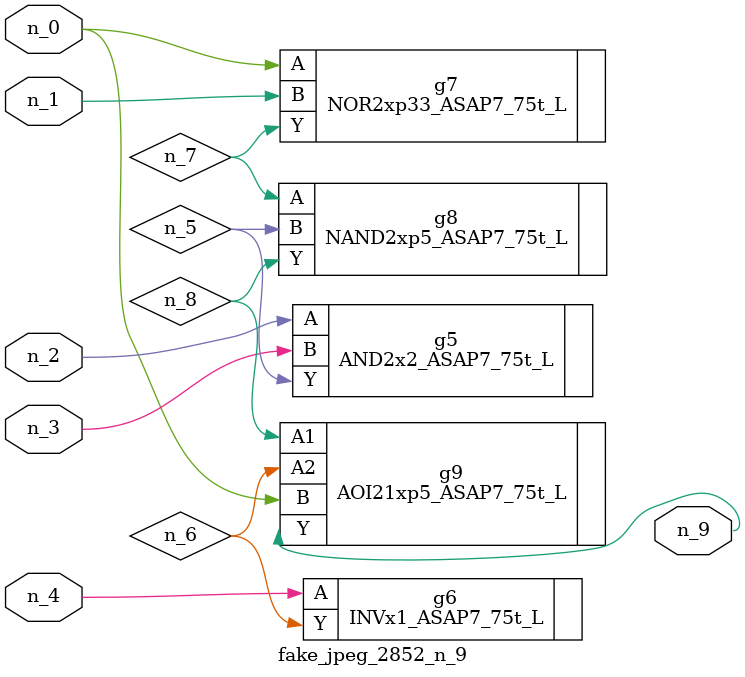
<source format=v>
module fake_jpeg_2852_n_9 (n_3, n_2, n_1, n_0, n_4, n_9);

input n_3;
input n_2;
input n_1;
input n_0;
input n_4;

output n_9;

wire n_8;
wire n_6;
wire n_5;
wire n_7;

AND2x2_ASAP7_75t_L g5 ( 
.A(n_2),
.B(n_3),
.Y(n_5)
);

INVx1_ASAP7_75t_L g6 ( 
.A(n_4),
.Y(n_6)
);

NOR2xp33_ASAP7_75t_L g7 ( 
.A(n_0),
.B(n_1),
.Y(n_7)
);

NAND2xp5_ASAP7_75t_L g8 ( 
.A(n_7),
.B(n_5),
.Y(n_8)
);

AOI21xp5_ASAP7_75t_L g9 ( 
.A1(n_8),
.A2(n_6),
.B(n_0),
.Y(n_9)
);


endmodule
</source>
